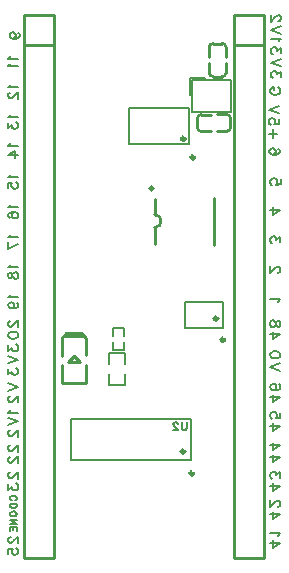
<source format=gbo>
G04 Layer: BottomSilkscreenLayer*
G04 EasyEDA Pro v1.9.26, 2023-01-09 17:51:20*
G04 Gerber Generator version 0.3*
G04 Scale: 100 percent, Rotated: No, Reflected: No*
G04 Dimensions in millimeters*
G04 Leading zeros omitted, absolute positions, 3 integers and 3 decimals*
%FSLAX33Y33*%
%MOMM*%
%ADD10C,0.2032*%
%ADD11C,0.15*%
%ADD12C,0.1524*%
%ADD13C,0.254*%
%ADD14C,0.299999*%
G75*


G04 Text Start*
G04 //text: 25*
G54D10*
G01X105793Y-20539D02*
G01X105752Y-20539D01*
G01X105671Y-20580D01*
G01X105630Y-20621D01*
G01X105590Y-20702D01*
G01Y-20864D01*
G01X105630Y-20946D01*
G01X105671Y-20984D01*
G01X105752Y-21024D01*
G01X105833D01*
G01X105915Y-20984D01*
G01X106037Y-20905D01*
G01X106441Y-20499D01*
G01Y-21065D01*
G01X105590Y-21949D02*
G01X105590Y-21545D01*
G01X105955Y-21504D01*
G01X105915Y-21545D01*
G01X105874Y-21667D01*
G01Y-21789D01*
G01X105915Y-21908D01*
G01X105996Y-21990D01*
G01X106118Y-22030D01*
G01X106199D01*
G01X106319Y-21990D01*
G01X106400Y-21908D01*
G01X106441Y-21789D01*
G01Y-21667D01*
G01X106400Y-21545D01*
G01X106359Y-21504D01*
G01X106278Y-21464D01*
G04 //text: 11*
G01X105743Y20161D02*
G01X105703Y20080D01*
G01X105581Y19958D01*
G01X106432D01*
G01X105743Y19562D02*
G01X105703Y19480D01*
G01X105581Y19359D01*
G01X106432D01*
G04 //text: V2*
G01X105581Y-7525D02*
G01X106432Y-7850D01*
G01X105581Y-8173D02*
G01X106432Y-7850D01*
G01X105784Y-8612D02*
G01X105743Y-8612D01*
G01X105662Y-8653D01*
G01X105621Y-8693D01*
G01X105581Y-8774D01*
G01Y-8935D01*
G01X105621Y-9016D01*
G01X105662Y-9056D01*
G01X105743Y-9097D01*
G01X105824D01*
G01X105906Y-9056D01*
G01X106028Y-8975D01*
G01X106432Y-8571D01*
G01Y-9138D01*
G04 //text: 19*
G01X105743Y-32D02*
G01X105703Y-113D01*
G01X105581Y-235D01*
G01X106432D01*
G01X105865Y-1160D02*
G01X105987Y-1119D01*
G01X106068Y-1038D01*
G01X106109Y-916D01*
G01Y-875D01*
G01X106068Y-753D01*
G01X105987Y-672D01*
G01X105865Y-631D01*
G01X105824D01*
G01X105703Y-672D01*
G01X105621Y-753D01*
G01X105581Y-875D01*
G01Y-916D01*
G01X105621Y-1038D01*
G01X105703Y-1119D01*
G01X105865Y-1160D01*
G01X106068D01*
G01X106269Y-1119D01*
G01X106391Y-1038D01*
G01X106432Y-916D01*
G01Y-834D01*
G01X106391Y-713D01*
G01X106310Y-672D01*
G04 //text: 12*
G01X105743Y17748D02*
G01X105703Y17667D01*
G01X105581Y17545D01*
G01X106432D01*
G01X105784Y17108D02*
G01X105743Y17108D01*
G01X105662Y17067D01*
G01X105621Y17027D01*
G01X105581Y16946D01*
G01Y16783D01*
G01X105621Y16702D01*
G01X105662Y16661D01*
G01X105743Y16620D01*
G01X105824D01*
G01X105906Y16661D01*
G01X106028Y16742D01*
G01X106432Y17149D01*
G01Y16580D01*
G04 //text: 13*
G01X105743Y15208D02*
G01X105703Y15127D01*
G01X105581Y15005D01*
G01X106432D01*
G01X105581Y14527D02*
G01X105581Y14080D01*
G01X105906Y14324D01*
G01Y14202D01*
G01X105946Y14121D01*
G01X105987Y14080D01*
G01X106109Y14040D01*
G01X106190D01*
G01X106310Y14080D01*
G01X106391Y14162D01*
G01X106432Y14284D01*
G01Y14406D01*
G01X106391Y14527D01*
G01X106350Y14568D01*
G01X106269Y14609D01*
G04 //text: 14*
G01X105743Y12795D02*
G01X105703Y12714D01*
G01X105581Y12592D01*
G01X106432D01*
G01X105581Y11789D02*
G01X106150Y12196D01*
G01Y11586D01*
G01X105581Y11789D02*
G01X106432Y11789D01*
G04 //text: 15*
G01X105743Y10128D02*
G01X105703Y10047D01*
G01X105581Y9925D01*
G01X106432D01*
G01X105581Y9041D02*
G01X105581Y9447D01*
G01X105946Y9488D01*
G01X105906Y9447D01*
G01X105865Y9326D01*
G01Y9204D01*
G01X105906Y9082D01*
G01X105987Y9000D01*
G01X106109Y8960D01*
G01X106190D01*
G01X106310Y9000D01*
G01X106391Y9082D01*
G01X106432Y9204D01*
G01Y9326D01*
G01X106391Y9447D01*
G01X106350Y9488D01*
G01X106269Y9529D01*
G04 //text: 16*
G01X105743Y7588D02*
G01X105703Y7507D01*
G01X105581Y7385D01*
G01X106432D01*
G01X105703Y6501D02*
G01X105621Y6542D01*
G01X105581Y6664D01*
G01Y6745D01*
G01X105621Y6867D01*
G01X105743Y6948D01*
G01X105946Y6989D01*
G01X106150D01*
G01X106310Y6948D01*
G01X106391Y6867D01*
G01X106432Y6745D01*
G01Y6704D01*
G01X106391Y6582D01*
G01X106310Y6501D01*
G01X106190Y6460D01*
G01X106150D01*
G01X106028Y6501D01*
G01X105946Y6582D01*
G01X105906Y6704D01*
G01Y6745D01*
G01X105946Y6867D01*
G01X106028Y6948D01*
G01X106150Y6989D01*
G04 //text: 17*
G01X105743Y5048D02*
G01X105703Y4967D01*
G01X105581Y4845D01*
G01X106432D01*
G01X105581Y3880D02*
G01X106432Y4286D01*
G01X105581Y4449D02*
G01X105581Y3880D01*
G04 //text: 18*
G01X105743Y2508D02*
G01X105703Y2427D01*
G01X105581Y2305D01*
G01X106432D01*
G01X105581Y1706D02*
G01X105621Y1827D01*
G01X105703Y1868D01*
G01X105784D01*
G01X105865Y1827D01*
G01X105906Y1746D01*
G01X105946Y1584D01*
G01X105987Y1462D01*
G01X106068Y1380D01*
G01X106150Y1340D01*
G01X106269D01*
G01X106350Y1380D01*
G01X106391Y1421D01*
G01X106432Y1543D01*
G01Y1706D01*
G01X106391Y1827D01*
G01X106350Y1868D01*
G01X106269Y1909D01*
G01X106150D01*
G01X106068Y1868D01*
G01X105987Y1787D01*
G01X105946Y1665D01*
G01X105906Y1502D01*
G01X105865Y1421D01*
G01X105784Y1380D01*
G01X105703D01*
G01X105621Y1421D01*
G01X105581Y1543D01*
G01Y1706D01*
G04 //text: 20*
G01X105784Y-2231D02*
G01X105743Y-2231D01*
G01X105662Y-2272D01*
G01X105621Y-2313D01*
G01X105581Y-2394D01*
G01Y-2557D01*
G01X105621Y-2638D01*
G01X105662Y-2676D01*
G01X105743Y-2717D01*
G01X105824D01*
G01X105906Y-2676D01*
G01X106028Y-2597D01*
G01X106432Y-2191D01*
G01Y-2757D01*
G01X105581Y-3400D02*
G01X105621Y-3278D01*
G01X105743Y-3197D01*
G01X105946Y-3156D01*
G01X106068D01*
G01X106269Y-3197D01*
G01X106391Y-3278D01*
G01X106432Y-3400D01*
G01Y-3481D01*
G01X106391Y-3601D01*
G01X106269Y-3682D01*
G01X106068Y-3722D01*
G01X105946D01*
G01X105743Y-3682D01*
G01X105621Y-3601D01*
G01X105581Y-3481D01*
G01Y-3400D01*
G04 //text: 3V3*
G01X105581Y-4304D02*
G01X105581Y-4749D01*
G01X105906Y-4507D01*
G01Y-4629D01*
G01X105946Y-4708D01*
G01X105987Y-4749D01*
G01X106109Y-4789D01*
G01X106190D01*
G01X106310Y-4749D01*
G01X106391Y-4670D01*
G01X106432Y-4548D01*
G01Y-4426D01*
G01X106391Y-4304D01*
G01X106350Y-4263D01*
G01X106269Y-4223D01*
G01X105581Y-5188D02*
G01X106432Y-5513D01*
G01X105581Y-5836D02*
G01X106432Y-5513D01*
G01X105581Y-6316D02*
G01X105581Y-6760D01*
G01X105906Y-6516D01*
G01Y-6638D01*
G01X105946Y-6720D01*
G01X105987Y-6760D01*
G01X106109Y-6801D01*
G01X106190D01*
G01X106310Y-6760D01*
G01X106391Y-6679D01*
G01X106432Y-6557D01*
G01Y-6438D01*
G01X106391Y-6316D01*
G01X106350Y-6275D01*
G01X106269Y-6234D01*
G04 //text: 23*
G01X105784Y-15058D02*
G01X105743Y-15058D01*
G01X105662Y-15099D01*
G01X105621Y-15140D01*
G01X105581Y-15221D01*
G01Y-15384D01*
G01X105621Y-15465D01*
G01X105662Y-15503D01*
G01X105743Y-15544D01*
G01X105824D01*
G01X105906Y-15503D01*
G01X106028Y-15424D01*
G01X106432Y-15018D01*
G01Y-15584D01*
G01X105581Y-16064D02*
G01X105581Y-16509D01*
G01X105906Y-16267D01*
G01Y-16387D01*
G01X105946Y-16468D01*
G01X105987Y-16509D01*
G01X106109Y-16549D01*
G01X106190D01*
G01X106310Y-16509D01*
G01X106391Y-16428D01*
G01X106432Y-16308D01*
G01Y-16186D01*
G01X106391Y-16064D01*
G01X106350Y-16024D01*
G01X106269Y-15983D01*
G04 //text: 22*
G01X105784Y-12772D02*
G01X105743Y-12772D01*
G01X105662Y-12813D01*
G01X105621Y-12854D01*
G01X105581Y-12935D01*
G01Y-13098D01*
G01X105621Y-13179D01*
G01X105662Y-13217D01*
G01X105743Y-13258D01*
G01X105824D01*
G01X105906Y-13217D01*
G01X106028Y-13138D01*
G01X106432Y-12732D01*
G01Y-13298D01*
G01X105784Y-13738D02*
G01X105743Y-13738D01*
G01X105662Y-13778D01*
G01X105621Y-13819D01*
G01X105581Y-13900D01*
G01Y-14063D01*
G01X105621Y-14142D01*
G01X105662Y-14182D01*
G01X105743Y-14223D01*
G01X105824D01*
G01X105906Y-14182D01*
G01X106028Y-14101D01*
G01X106432Y-13697D01*
G01Y-14263D01*
G04 //text: 1V2*
G01X105743Y-9811D02*
G01X105703Y-9892D01*
G01X105581Y-10014D01*
G01X106432D01*
G01X105581Y-10410D02*
G01X106432Y-10735D01*
G01X105581Y-11060D02*
G01X106432Y-10735D01*
G01X105784Y-11497D02*
G01X105743Y-11497D01*
G01X105662Y-11538D01*
G01X105621Y-11579D01*
G01X105581Y-11660D01*
G01Y-11822D01*
G01X105621Y-11904D01*
G01X105662Y-11944D01*
G01X105743Y-11985D01*
G01X105824D01*
G01X105906Y-11944D01*
G01X106028Y-11863D01*
G01X106432Y-11457D01*
G01Y-12026D01*
G04 //text: CDONE*
G54D11*
G01X105878Y-17421D02*
G01X105824Y-17395D01*
G01X105771Y-17342D01*
G01X105746Y-17289D01*
G01Y-17182D01*
G01X105771Y-17129D01*
G01X105824Y-17075D01*
G01X105878Y-17050D01*
G01X105957Y-17024D01*
G01X106091D01*
G01X106170Y-17050D01*
G01X106223Y-17075D01*
G01X106277Y-17129D01*
G01X106302Y-17182D01*
G01Y-17289D01*
G01X106277Y-17342D01*
G01X106223Y-17395D01*
G01X106170Y-17421D01*
G01X105746Y-17700D02*
G01X106302Y-17700D01*
G01X105746Y-17700D02*
G01X105746Y-17885D01*
G01X105771Y-17964D01*
G01X105824Y-18018D01*
G01X105878Y-18045D01*
G01X105957Y-18071D01*
G01X106091D01*
G01X106170Y-18045D01*
G01X106223Y-18018D01*
G01X106277Y-17964D01*
G01X106302Y-17885D01*
G01Y-17700D01*
G01X105746Y-18508D02*
G01X105771Y-18454D01*
G01X105824Y-18401D01*
G01X105878Y-18376D01*
G01X105957Y-18348D01*
G01X106091D01*
G01X106170Y-18376D01*
G01X106223Y-18401D01*
G01X106277Y-18454D01*
G01X106302Y-18508D01*
G01Y-18614D01*
G01X106277Y-18668D01*
G01X106223Y-18721D01*
G01X106170Y-18747D01*
G01X106091Y-18774D01*
G01X105957D01*
G01X105878Y-18747D01*
G01X105824Y-18721D01*
G01X105771Y-18668D01*
G01X105746Y-18614D01*
G01Y-18508D01*
G01X105746Y-19051D02*
G01X106302Y-19051D01*
G01X105746Y-19051D02*
G01X106302Y-19422D01*
G01X105746Y-19422D02*
G01X106302Y-19422D01*
G01X105746Y-19702D02*
G01X106302Y-19702D01*
G01X105746Y-19702D02*
G01X105746Y-20044D01*
G01X106010Y-19702D02*
G01X106010Y-19912D01*
G01X106302Y-19702D02*
G01X106302Y-20044D01*
G04 //text: 9*
G54D10*
G01X105992Y21671D02*
G01X106114Y21711D01*
G01X106195Y21790D01*
G01X106236Y21912D01*
G01Y21953D01*
G01X106195Y22075D01*
G01X106114Y22156D01*
G01X105992Y22197D01*
G01X105951D01*
G01X105830Y22156D01*
G01X105748Y22075D01*
G01X105708Y21953D01*
G01Y21912D01*
G01X105748Y21790D01*
G01X105830Y21711D01*
G01X105992Y21671D01*
G01X106195D01*
G01X106396Y21711D01*
G01X106518Y21790D01*
G01X106559Y21912D01*
G01Y21993D01*
G01X106518Y22115D01*
G01X106437Y22156D01*
G04 //text: 3V3*
G01X128674Y18433D02*
G01X128674Y18878D01*
G01X128349Y18637D01*
G01Y18758D01*
G01X128308Y18837D01*
G01X128268Y18878D01*
G01X128146Y18918D01*
G01X128064D01*
G01X127945Y18878D01*
G01X127864Y18799D01*
G01X127823Y18677D01*
G01Y18555D01*
G01X127864Y18433D01*
G01X127904Y18393D01*
G01X127986Y18352D01*
G01X128674Y19317D02*
G01X127823Y19642D01*
G01X128674Y19965D02*
G01X127823Y19642D01*
G01X128674Y20445D02*
G01X128674Y20890D01*
G01X128349Y20646D01*
G01Y20768D01*
G01X128308Y20849D01*
G01X128268Y20890D01*
G01X128146Y20930D01*
G01X128064D01*
G01X127945Y20890D01*
G01X127864Y20808D01*
G01X127823Y20686D01*
G01Y20567D01*
G01X127864Y20445D01*
G01X127904Y20404D01*
G01X127986Y20364D01*
G04 //text: 43*
G01X128618Y-16187D02*
G01X128049Y-16593D01*
G01Y-15986D01*
G01X128618Y-16187D02*
G01X127767Y-16187D01*
G01X128618Y-15506D02*
G01X128618Y-15062D01*
G01X128293Y-15303D01*
G01Y-15183D01*
G01X128252Y-15102D01*
G01X128212Y-15062D01*
G01X128090Y-15021D01*
G01X128008D01*
G01X127889Y-15062D01*
G01X127808Y-15143D01*
G01X127767Y-15262D01*
G01Y-15384D01*
G01X127808Y-15506D01*
G01X127848Y-15547D01*
G01X127930Y-15587D01*
G04 //text: 44*
G01X128618Y-13774D02*
G01X128049Y-14180D01*
G01Y-13573D01*
G01X128618Y-13774D02*
G01X127767Y-13774D01*
G01X128618Y-12770D02*
G01X128049Y-13174D01*
G01Y-12567D01*
G01X128618Y-12770D02*
G01X127767Y-12770D01*
G04 //text: 45*
G01X128618Y-11107D02*
G01X128049Y-11513D01*
G01Y-10906D01*
G01X128618Y-11107D02*
G01X127767Y-11107D01*
G01X128618Y-10022D02*
G01X128618Y-10426D01*
G01X128252Y-10467D01*
G01X128293Y-10426D01*
G01X128334Y-10304D01*
G01Y-10182D01*
G01X128293Y-10063D01*
G01X128212Y-9982D01*
G01X128090Y-9941D01*
G01X128008D01*
G01X127889Y-9982D01*
G01X127808Y-10063D01*
G01X127767Y-10182D01*
G01Y-10304D01*
G01X127808Y-10426D01*
G01X127848Y-10467D01*
G01X127930Y-10507D01*
G04 //text: 46*
G01X128618Y-8694D02*
G01X128049Y-9100D01*
G01Y-8493D01*
G01X128618Y-8694D02*
G01X127767Y-8694D01*
G01X128496Y-7609D02*
G01X128577Y-7650D01*
G01X128618Y-7769D01*
G01Y-7850D01*
G01X128577Y-7972D01*
G01X128456Y-8054D01*
G01X128252Y-8094D01*
G01X128049D01*
G01X127889Y-8054D01*
G01X127808Y-7972D01*
G01X127767Y-7850D01*
G01Y-7810D01*
G01X127808Y-7690D01*
G01X127889Y-7609D01*
G01X128008Y-7569D01*
G01X128049D01*
G01X128171Y-7609D01*
G01X128252Y-7690D01*
G01X128293Y-7810D01*
G01Y-7850D01*
G01X128252Y-7972D01*
G01X128171Y-8054D01*
G01X128049Y-8094D01*
G04 //text: 48*
G01X128618Y-3360D02*
G01X128049Y-3766D01*
G01Y-3159D01*
G01X128618Y-3360D02*
G01X127767Y-3360D01*
G01X128618Y-2557D02*
G01X128577Y-2679D01*
G01X128496Y-2720D01*
G01X128415D01*
G01X128334Y-2679D01*
G01X128293Y-2598D01*
G01X128252Y-2435D01*
G01X128212Y-2316D01*
G01X128130Y-2235D01*
G01X128049Y-2194D01*
G01X127930D01*
G01X127848Y-2235D01*
G01X127808Y-2275D01*
G01X127767Y-2397D01*
G01Y-2557D01*
G01X127808Y-2679D01*
G01X127848Y-2720D01*
G01X127930Y-2760D01*
G01X128049D01*
G01X128130Y-2720D01*
G01X128212Y-2638D01*
G01X128252Y-2516D01*
G01X128293Y-2356D01*
G01X128334Y-2275D01*
G01X128415Y-2235D01*
G01X128496D01*
G01X128577Y-2275D01*
G01X128618Y-2397D01*
G01Y-2557D01*
G04 //text: 1*
G01X128456Y-591D02*
G01X128496Y-510D01*
G01X128618Y-388D01*
G01X127767D01*
G04 //text: 2*
G01X128415Y1862D02*
G01X128456Y1862D01*
G01X128537Y1903D01*
G01X128577Y1944D01*
G01X128618Y2025D01*
G01Y2188D01*
G01X128577Y2269D01*
G01X128537Y2307D01*
G01X128456Y2348D01*
G01X128374D01*
G01X128293Y2307D01*
G01X128171Y2228D01*
G01X127767Y1822D01*
G01Y2388D01*
G04 //text: 4*
G01X128618Y7181D02*
G01X128049Y6775D01*
G01Y7382D01*
G01X128618Y7181D02*
G01X127767Y7181D01*
G04 //text: +5V*
G01X128369Y13618D02*
G01X127640Y13618D01*
G01X128003Y13252D02*
G01X128003Y13981D01*
G01X128491Y14865D02*
G01X128491Y14461D01*
G01X128125Y14420D01*
G01X128166Y14461D01*
G01X128207Y14583D01*
G01Y14702D01*
G01X128166Y14824D01*
G01X128085Y14905D01*
G01X127963Y14946D01*
G01X127881D01*
G01X127762Y14905D01*
G01X127681Y14824D01*
G01X127640Y14702D01*
G01Y14583D01*
G01X127681Y14461D01*
G01X127721Y14420D01*
G01X127803Y14380D01*
G01X128491Y15345D02*
G01X127640Y15667D01*
G01X128491Y15992D02*
G01X127640Y15667D01*
G04 //text: G*
G01X128415Y17542D02*
G01X128496Y17501D01*
G01X128577Y17420D01*
G01X128618Y17341D01*
G01Y17179D01*
G01X128577Y17097D01*
G01X128496Y17016D01*
G01X128415Y16975D01*
G01X128293Y16935D01*
G01X128090D01*
G01X127968Y16975D01*
G01X127889Y17016D01*
G01X127808Y17097D01*
G01X127767Y17179D01*
G01Y17341D01*
G01X127808Y17420D01*
G01X127889Y17501D01*
G01X127968Y17542D01*
G01X128090D01*
G01X128090Y17341D02*
G01X128090Y17542D01*
G04 //text: 42*
G01X128618Y-18600D02*
G01X128049Y-19006D01*
G01Y-18399D01*
G01X128618Y-18600D02*
G01X127767Y-18600D01*
G01X128415Y-17960D02*
G01X128456Y-17960D01*
G01X128537Y-17919D01*
G01X128577Y-17878D01*
G01X128618Y-17797D01*
G01Y-17637D01*
G01X128577Y-17556D01*
G01X128537Y-17515D01*
G01X128456Y-17475D01*
G01X128374D01*
G01X128293Y-17515D01*
G01X128171Y-17596D01*
G01X127767Y-18000D01*
G01Y-17434D01*
G04 //text: 41*
G01X128616Y-21013D02*
G01X128047Y-21419D01*
G01Y-20812D01*
G01X128616Y-21013D02*
G01X127765Y-21013D01*
G01X128453Y-20413D02*
G01X128494Y-20332D01*
G01X128616Y-20210D01*
G01X127765D01*
G04 //text: 3*
G01X128618Y4443D02*
G01X128618Y4888D01*
G01X128293Y4646D01*
G01Y4768D01*
G01X128252Y4847D01*
G01X128212Y4888D01*
G01X128090Y4928D01*
G01X128008D01*
G01X127889Y4888D01*
G01X127808Y4809D01*
G01X127767Y4687D01*
G01Y4565D01*
G01X127808Y4443D01*
G01X127848Y4402D01*
G01X127930Y4362D01*
G04 //text: 5*
G01X128646Y9752D02*
G01X128646Y9348D01*
G01X128280Y9307D01*
G01X128321Y9348D01*
G01X128362Y9470D01*
G01Y9592D01*
G01X128321Y9714D01*
G01X128240Y9792D01*
G01X128118Y9833D01*
G01X128036D01*
G01X127917Y9792D01*
G01X127836Y9714D01*
G01X127795Y9592D01*
G01Y9470D01*
G01X127836Y9348D01*
G01X127876Y9307D01*
G01X127958Y9267D01*
G04 //text: 6*
G01X128440Y12340D02*
G01X128522Y12302D01*
G01X128562Y12180D01*
G01Y12099D01*
G01X128522Y11977D01*
G01X128400Y11895D01*
G01X128196Y11855D01*
G01X127993D01*
G01X127833Y11895D01*
G01X127752Y11977D01*
G01X127711Y12099D01*
G01Y12139D01*
G01X127752Y12261D01*
G01X127833Y12340D01*
G01X127953Y12381D01*
G01X127993D01*
G01X128115Y12340D01*
G01X128196Y12261D01*
G01X128237Y12139D01*
G01Y12099D01*
G01X128196Y11977D01*
G01X128115Y11895D01*
G01X127993Y11855D01*
G04 //text: V0*
G01X128618Y-6433D02*
G01X127767Y-6108D01*
G01X128618Y-5785D02*
G01X127767Y-6108D01*
G01X128618Y-5143D02*
G01X128577Y-5265D01*
G01X128456Y-5346D01*
G01X128252Y-5387D01*
G01X128130D01*
G01X127930Y-5346D01*
G01X127808Y-5265D01*
G01X127767Y-5143D01*
G01Y-5064D01*
G01X127808Y-4942D01*
G01X127930Y-4861D01*
G01X128130Y-4820D01*
G01X128252D01*
G01X128456Y-4861D01*
G01X128577Y-4942D01*
G01X128618Y-5064D01*
G01Y-5143D01*
G04 //text: 1V2*
G01X128501Y21458D02*
G01X128541Y21539D01*
G01X128663Y21661D01*
G01X127812D01*
G01X128663Y22058D02*
G01X127812Y22383D01*
G01X128663Y22708D02*
G01X127812Y22383D01*
G01X128460Y23145D02*
G01X128501Y23145D01*
G01X128582Y23185D01*
G01X128623Y23226D01*
G01X128663Y23307D01*
G01Y23470D01*
G01X128623Y23551D01*
G01X128582Y23592D01*
G01X128501Y23632D01*
G01X128419D01*
G01X128338Y23592D01*
G01X128216Y23511D01*
G01X127812Y23104D01*
G01Y23673D01*
G04 //text: U2*
G54D12*
G01X120704Y-10814D02*
G01X120704Y-11279D01*
G01X120674Y-11370D01*
G01X120610Y-11434D01*
G01X120519Y-11464D01*
G01X120455D01*
G01X120364Y-11434D01*
G01X120303Y-11370D01*
G01X120270Y-11279D01*
G01Y-10814D01*
G01X119940Y-10969D02*
G01X119940Y-10939D01*
G01X119907Y-10875D01*
G01X119876Y-10845D01*
G01X119815Y-10814D01*
G01X119691D01*
G01X119630Y-10845D01*
G01X119599Y-10875D01*
G01X119566Y-10939D01*
G01Y-11000D01*
G01X119599Y-11061D01*
G01X119660Y-11155D01*
G01X119970Y-11464D01*
G01X119536D01*
G04 Text End*

G04 PolygonModel Start*
G54D13*
G01X106957Y21101D02*
G01X109457Y21101D01*
G01X106957Y23669D02*
G01X106957Y-22290D01*
G01X109457Y-22291D02*
G01X106957Y-22290D01*
G01X109457Y23669D02*
G01X106957Y23669D01*
G01X109457Y23669D02*
G01X109457Y-22291D01*
G54D12*
G01X114440Y-3982D02*
G01X114440Y-4700D01*
G01X114440Y-4700D02*
G01X115437Y-4700D01*
G01X115437Y-4700D02*
G01X115437Y-3982D01*
G01X114440Y-3529D02*
G01X114440Y-2811D01*
G01X114440Y-2811D02*
G01X115437Y-2811D01*
G01X115437Y-2811D02*
G01X115437Y-3529D01*
G01X114151Y-5869D02*
G01X114151Y-4910D01*
G01X114151Y-4910D02*
G01X115472Y-4910D01*
G01X115472Y-4910D02*
G01X115472Y-5869D01*
G01X114151Y-6722D02*
G01X114151Y-7681D01*
G01X114151Y-7681D02*
G01X115472Y-7681D01*
G01X115472Y-7681D02*
G01X115472Y-6722D01*
G54D13*
G01X112146Y-5942D02*
G01X112146Y-7492D01*
G01X112146Y-7492D02*
G01X110114Y-7492D01*
G01X110114Y-7492D02*
G01X110114Y-5942D01*
G01X112171Y-5155D02*
G01X112171Y-3682D01*
G01X112171Y-3682D02*
G01X111765Y-3275D01*
G01X111765Y-3275D02*
G01X110495Y-3275D01*
G01X110495Y-3275D02*
G01X110114Y-3656D01*
G01X110114Y-3656D02*
G01X110114Y-5180D01*
G01X111630Y-5716D02*
G01X110629Y-5716D01*
G01X110629Y-5716D02*
G01X111130Y-5216D01*
G01X111130Y-5216D02*
G01X111630Y-5716D01*
G01X111930Y-3517D02*
G01X110330Y-3517D01*
G01X121611Y14932D02*
G01X121611Y14132D01*
G01X122721Y15242D02*
G01X121921Y15242D01*
G01X122721Y13822D02*
G01X121921Y13822D01*
G01X123297Y15248D02*
G01X124097Y15248D01*
G01X124407Y14938D02*
G01X124407Y14138D01*
G01X123297Y13828D02*
G01X124097Y13828D01*
G01X124407Y14938D02*
G03X124097Y15248I-310J0D01*
G01X124097Y13828D02*
G03X124407Y14138I0J310D01*
G01X121921Y15242D02*
G03X121611Y14932I-0J-310D01*
G01X121611Y14132D02*
G03X121921Y13822I310J0D01*
G54D12*
G01X120996Y16918D02*
G01X120996Y18375D01*
G01X120996Y18375D02*
G01X122254Y18375D01*
G01X121283Y18147D02*
G01X121189Y18147D01*
G01X121189Y18147D02*
G01X121189Y15490D01*
G01X121189Y15490D02*
G01X124448Y15490D01*
G01X124448Y15490D02*
G01X124448Y18147D01*
G01X124448Y18147D02*
G01X121283Y18147D01*
G54D13*
G01X124737Y21101D02*
G01X127237Y21101D01*
G01X124737Y23669D02*
G01X124737Y-22290D01*
G01X127237Y-22291D02*
G01X124737Y-22290D01*
G01X127237Y23669D02*
G01X124737Y23669D01*
G01X127237Y23669D02*
G01X127237Y-22291D01*
G54D12*
G01X123754Y-2795D02*
G01X123754Y-652D01*
G01X123754Y-652D02*
G01X120601Y-652D01*
G01X120601Y-652D02*
G01X120601Y-2795D01*
G01X120601Y-2795D02*
G01X123754Y-2795D01*
G01X121031Y-14036D02*
G01X121031Y-10493D01*
G01X121031Y-10493D02*
G01X110878Y-10493D01*
G01X110878Y-10493D02*
G01X110878Y-14036D01*
G01X110878Y-14036D02*
G01X121031Y-14036D01*
G54D13*
G01X122994Y4195D02*
G01X122994Y8195D01*
G01X117994Y8081D02*
G01X117994Y6758D01*
G01X117994Y5675D02*
G01X117994Y4308D01*
G01X117994Y5675D02*
G03X117994Y6758I-4J541D01*
G54D12*
G01X120896Y12760D02*
G01X120896Y15797D01*
G01X120896Y15797D02*
G01X115839Y15797D01*
G01X115839Y15797D02*
G01X115839Y12760D01*
G01X115839Y12760D02*
G01X120896Y12760D01*
G54D13*
G01X123720Y21256D02*
G01X122920Y21256D01*
G01X124030Y20147D02*
G01X124030Y20947D01*
G01X122610Y20147D02*
G01X122610Y20947D01*
G01X124036Y19571D02*
G01X124036Y18771D01*
G01X123726Y18461D02*
G01X122926Y18461D01*
G01X122616Y19571D02*
G01X122616Y18771D01*
G01X123726Y18461D02*
G03X124036Y18771I0J310D01*
G01X122616Y18771D02*
G03X122926Y18461I310J-0D01*
G01X124030Y20947D02*
G03X123720Y21256I-310J0D01*
G01X122920Y21256D02*
G03X122610Y20947I0J-310D01*
G04 PolygonModel End*

G04 Circle Start*
G54D14*
G01X123027Y-2043D02*
G03X123328Y-2043I150J0D01*
G03X123027I-150J0D01*
G01X123620Y-3834D02*
G03X123920Y-3834I150J0D01*
G03X123620I-150J0D01*
G01X120249Y-13284D02*
G03X120550Y-13284I150J0D01*
G03X120249I-150J0D01*
G01X120982Y-15137D02*
G03X121282Y-15137I150J0D01*
G03X120982I-150J0D01*
G54D13*
G01X117553Y8985D02*
G03X117896Y8985I171J0D01*
G03X117553I-171J0D01*
G54D14*
G01X121070Y11624D02*
G03X121370Y11624I150J0D01*
G03X121070I-150J0D01*
G01X120262Y13182D02*
G03X120562Y13182I150J0D01*
G03X120262I-150J0D01*
G04 Circle End*

M02*

</source>
